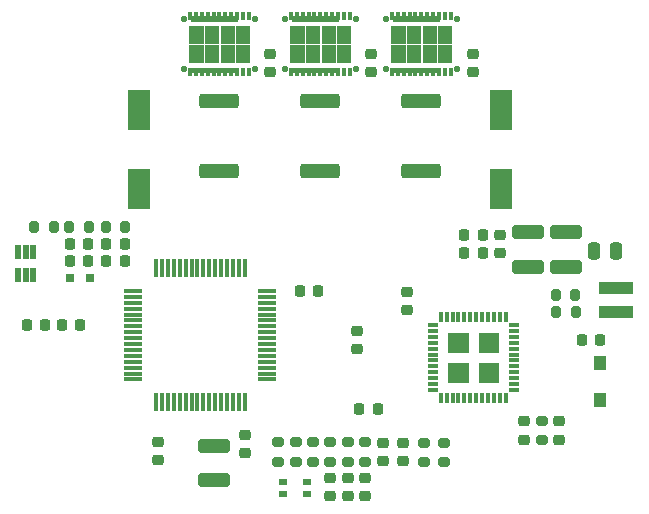
<source format=gbr>
%TF.GenerationSoftware,KiCad,Pcbnew,7.0.9*%
%TF.CreationDate,2023-12-12T19:27:25-05:00*%
%TF.ProjectId,MotorDriver,4d6f746f-7244-4726-9976-65722e6b6963,rev?*%
%TF.SameCoordinates,Original*%
%TF.FileFunction,Paste,Top*%
%TF.FilePolarity,Positive*%
%FSLAX46Y46*%
G04 Gerber Fmt 4.6, Leading zero omitted, Abs format (unit mm)*
G04 Created by KiCad (PCBNEW 7.0.9) date 2023-12-12 19:27:25*
%MOMM*%
%LPD*%
G01*
G04 APERTURE LIST*
G04 Aperture macros list*
%AMRoundRect*
0 Rectangle with rounded corners*
0 $1 Rounding radius*
0 $2 $3 $4 $5 $6 $7 $8 $9 X,Y pos of 4 corners*
0 Add a 4 corners polygon primitive as box body*
4,1,4,$2,$3,$4,$5,$6,$7,$8,$9,$2,$3,0*
0 Add four circle primitives for the rounded corners*
1,1,$1+$1,$2,$3*
1,1,$1+$1,$4,$5*
1,1,$1+$1,$6,$7*
1,1,$1+$1,$8,$9*
0 Add four rect primitives between the rounded corners*
20,1,$1+$1,$2,$3,$4,$5,0*
20,1,$1+$1,$4,$5,$6,$7,0*
20,1,$1+$1,$6,$7,$8,$9,0*
20,1,$1+$1,$8,$9,$2,$3,0*%
G04 Aperture macros list end*
%ADD10C,0.010000*%
%ADD11RoundRect,0.225000X0.250000X-0.225000X0.250000X0.225000X-0.250000X0.225000X-0.250000X-0.225000X0*%
%ADD12RoundRect,0.250000X-1.425000X0.362500X-1.425000X-0.362500X1.425000X-0.362500X1.425000X0.362500X0*%
%ADD13RoundRect,0.012500X-0.112500X-0.337500X0.112500X-0.337500X0.112500X0.337500X-0.112500X0.337500X0*%
%ADD14RoundRect,0.011250X-0.176250X0.203750X-0.176250X-0.203750X0.176250X-0.203750X0.176250X0.203750X0*%
%ADD15R,1.905000X3.352800*%
%ADD16RoundRect,0.225000X0.225000X0.250000X-0.225000X0.250000X-0.225000X-0.250000X0.225000X-0.250000X0*%
%ADD17RoundRect,0.200000X-0.200000X-0.275000X0.200000X-0.275000X0.200000X0.275000X-0.200000X0.275000X0*%
%ADD18RoundRect,0.225000X-0.250000X0.225000X-0.250000X-0.225000X0.250000X-0.225000X0.250000X0.225000X0*%
%ADD19RoundRect,0.225000X-0.225000X-0.250000X0.225000X-0.250000X0.225000X0.250000X-0.225000X0.250000X0*%
%ADD20R,1.092200X1.143000*%
%ADD21RoundRect,0.200000X-0.275000X0.200000X-0.275000X-0.200000X0.275000X-0.200000X0.275000X0.200000X0*%
%ADD22RoundRect,0.200000X0.275000X-0.200000X0.275000X0.200000X-0.275000X0.200000X-0.275000X-0.200000X0*%
%ADD23R,0.635000X0.508000*%
%ADD24RoundRect,0.020000X0.180000X-0.575000X0.180000X0.575000X-0.180000X0.575000X-0.180000X-0.575000X0*%
%ADD25RoundRect,0.250000X0.250000X0.475000X-0.250000X0.475000X-0.250000X-0.475000X0.250000X-0.475000X0*%
%ADD26R,3.000000X1.000000*%
%ADD27RoundRect,0.218750X0.256250X-0.218750X0.256250X0.218750X-0.256250X0.218750X-0.256250X-0.218750X0*%
%ADD28RoundRect,0.075000X-0.700000X-0.075000X0.700000X-0.075000X0.700000X0.075000X-0.700000X0.075000X0*%
%ADD29RoundRect,0.075000X-0.075000X-0.700000X0.075000X-0.700000X0.075000X0.700000X-0.075000X0.700000X0*%
%ADD30RoundRect,0.218750X-0.256250X0.218750X-0.256250X-0.218750X0.256250X-0.218750X0.256250X0.218750X0*%
%ADD31RoundRect,0.200000X0.200000X0.275000X-0.200000X0.275000X-0.200000X-0.275000X0.200000X-0.275000X0*%
%ADD32RoundRect,0.250000X1.100000X-0.325000X1.100000X0.325000X-1.100000X0.325000X-1.100000X-0.325000X0*%
%ADD33RoundRect,0.007800X-0.122200X0.422200X-0.122200X-0.422200X0.122200X-0.422200X0.122200X0.422200X0*%
%ADD34RoundRect,0.007800X-0.422200X-0.122200X0.422200X-0.122200X0.422200X0.122200X-0.422200X0.122200X0*%
%ADD35R,0.655600X0.800000*%
G04 APERTURE END LIST*
%TO.C,U5*%
D10*
X93921304Y-113598084D02*
X90040534Y-113598084D01*
X90046304Y-113248084D01*
X93921304Y-113248084D01*
X93921304Y-113598084D01*
G36*
X93921304Y-113598084D02*
G01*
X90040534Y-113598084D01*
X90046304Y-113248084D01*
X93921304Y-113248084D01*
X93921304Y-113598084D01*
G37*
X91001304Y-115493084D02*
X89875434Y-115493084D01*
X89875434Y-114079584D01*
X91001304Y-114079584D01*
X91001304Y-115493084D01*
G36*
X91001304Y-115493084D02*
G01*
X89875434Y-115493084D01*
X89875434Y-114079584D01*
X91001304Y-114079584D01*
X91001304Y-115493084D01*
G37*
X92321304Y-115493084D02*
X91198784Y-115493084D01*
X91198784Y-114079944D01*
X92321304Y-114079944D01*
X92321304Y-115493084D01*
G36*
X92321304Y-115493084D02*
G01*
X91198784Y-115493084D01*
X91198784Y-114079944D01*
X92321304Y-114079944D01*
X92321304Y-115493084D01*
G37*
X94961304Y-115493084D02*
X93843644Y-115493084D01*
X93843644Y-114080574D01*
X94961304Y-114080574D01*
X94961304Y-115493084D01*
G36*
X94961304Y-115493084D02*
G01*
X93843644Y-115493084D01*
X93843644Y-114080574D01*
X94961304Y-114080574D01*
X94961304Y-115493084D01*
G37*
X93641304Y-115493084D02*
X92521401Y-115493084D01*
X92521401Y-114081614D01*
X93641304Y-114081614D01*
X93641304Y-115493084D01*
G36*
X93641304Y-115493084D02*
G01*
X92521401Y-115493084D01*
X92521401Y-114081614D01*
X93641304Y-114081614D01*
X93641304Y-115493084D01*
G37*
X91001304Y-117113084D02*
X89880484Y-117113084D01*
X89880484Y-115703118D01*
X91001304Y-115703118D01*
X91001304Y-117113084D01*
G36*
X91001304Y-117113084D02*
G01*
X89880484Y-117113084D01*
X89880484Y-115703118D01*
X91001304Y-115703118D01*
X91001304Y-117113084D01*
G37*
X93641304Y-117113084D02*
X92521504Y-117113084D01*
X92521504Y-115703294D01*
X93641304Y-115703294D01*
X93641304Y-117113084D01*
G36*
X93641304Y-117113084D02*
G01*
X92521504Y-117113084D01*
X92521504Y-115703294D01*
X93641304Y-115703294D01*
X93641304Y-117113084D01*
G37*
X94961304Y-117113084D02*
X93844884Y-117113084D01*
X93844884Y-115703348D01*
X94961304Y-115703348D01*
X94961304Y-117113084D01*
G36*
X94961304Y-117113084D02*
G01*
X93844884Y-117113084D01*
X93844884Y-115703348D01*
X94961304Y-115703348D01*
X94961304Y-117113084D01*
G37*
X92321304Y-117113084D02*
X91196804Y-117113084D01*
X91196804Y-115703471D01*
X92321304Y-115703471D01*
X92321304Y-117113084D01*
G36*
X92321304Y-117113084D02*
G01*
X91196804Y-117113084D01*
X91196804Y-115703471D01*
X92321304Y-115703471D01*
X92321304Y-117113084D01*
G37*
X93921304Y-117948084D02*
X90046304Y-117948084D01*
X90041614Y-117602024D01*
X93921304Y-117602024D01*
X93921304Y-117948084D01*
G36*
X93921304Y-117948084D02*
G01*
X90046304Y-117948084D01*
X90041614Y-117602024D01*
X93921304Y-117602024D01*
X93921304Y-117948084D01*
G37*
%TO.C,U8*%
X76820296Y-113598084D02*
X72939526Y-113598084D01*
X72945296Y-113248084D01*
X76820296Y-113248084D01*
X76820296Y-113598084D01*
G36*
X76820296Y-113598084D02*
G01*
X72939526Y-113598084D01*
X72945296Y-113248084D01*
X76820296Y-113248084D01*
X76820296Y-113598084D01*
G37*
X73900296Y-115493084D02*
X72774426Y-115493084D01*
X72774426Y-114079584D01*
X73900296Y-114079584D01*
X73900296Y-115493084D01*
G36*
X73900296Y-115493084D02*
G01*
X72774426Y-115493084D01*
X72774426Y-114079584D01*
X73900296Y-114079584D01*
X73900296Y-115493084D01*
G37*
X75220296Y-115493084D02*
X74097776Y-115493084D01*
X74097776Y-114079944D01*
X75220296Y-114079944D01*
X75220296Y-115493084D01*
G36*
X75220296Y-115493084D02*
G01*
X74097776Y-115493084D01*
X74097776Y-114079944D01*
X75220296Y-114079944D01*
X75220296Y-115493084D01*
G37*
X77860296Y-115493084D02*
X76742636Y-115493084D01*
X76742636Y-114080574D01*
X77860296Y-114080574D01*
X77860296Y-115493084D01*
G36*
X77860296Y-115493084D02*
G01*
X76742636Y-115493084D01*
X76742636Y-114080574D01*
X77860296Y-114080574D01*
X77860296Y-115493084D01*
G37*
X76540296Y-115493084D02*
X75420393Y-115493084D01*
X75420393Y-114081614D01*
X76540296Y-114081614D01*
X76540296Y-115493084D01*
G36*
X76540296Y-115493084D02*
G01*
X75420393Y-115493084D01*
X75420393Y-114081614D01*
X76540296Y-114081614D01*
X76540296Y-115493084D01*
G37*
X73900296Y-117113084D02*
X72779476Y-117113084D01*
X72779476Y-115703118D01*
X73900296Y-115703118D01*
X73900296Y-117113084D01*
G36*
X73900296Y-117113084D02*
G01*
X72779476Y-117113084D01*
X72779476Y-115703118D01*
X73900296Y-115703118D01*
X73900296Y-117113084D01*
G37*
X76540296Y-117113084D02*
X75420496Y-117113084D01*
X75420496Y-115703294D01*
X76540296Y-115703294D01*
X76540296Y-117113084D01*
G36*
X76540296Y-117113084D02*
G01*
X75420496Y-117113084D01*
X75420496Y-115703294D01*
X76540296Y-115703294D01*
X76540296Y-117113084D01*
G37*
X77860296Y-117113084D02*
X76743876Y-117113084D01*
X76743876Y-115703348D01*
X77860296Y-115703348D01*
X77860296Y-117113084D01*
G36*
X77860296Y-117113084D02*
G01*
X76743876Y-117113084D01*
X76743876Y-115703348D01*
X77860296Y-115703348D01*
X77860296Y-117113084D01*
G37*
X75220296Y-117113084D02*
X74095796Y-117113084D01*
X74095796Y-115703471D01*
X75220296Y-115703471D01*
X75220296Y-117113084D01*
G36*
X75220296Y-117113084D02*
G01*
X74095796Y-117113084D01*
X74095796Y-115703471D01*
X75220296Y-115703471D01*
X75220296Y-117113084D01*
G37*
X76820296Y-117948084D02*
X72945296Y-117948084D01*
X72940606Y-117602024D01*
X76820296Y-117602024D01*
X76820296Y-117948084D01*
G36*
X76820296Y-117948084D02*
G01*
X72945296Y-117948084D01*
X72940606Y-117602024D01*
X76820296Y-117602024D01*
X76820296Y-117948084D01*
G37*
%TO.C,U6*%
X85370800Y-113598084D02*
X81490030Y-113598084D01*
X81495800Y-113248084D01*
X85370800Y-113248084D01*
X85370800Y-113598084D01*
G36*
X85370800Y-113598084D02*
G01*
X81490030Y-113598084D01*
X81495800Y-113248084D01*
X85370800Y-113248084D01*
X85370800Y-113598084D01*
G37*
X82450800Y-115493084D02*
X81324930Y-115493084D01*
X81324930Y-114079584D01*
X82450800Y-114079584D01*
X82450800Y-115493084D01*
G36*
X82450800Y-115493084D02*
G01*
X81324930Y-115493084D01*
X81324930Y-114079584D01*
X82450800Y-114079584D01*
X82450800Y-115493084D01*
G37*
X83770800Y-115493084D02*
X82648280Y-115493084D01*
X82648280Y-114079944D01*
X83770800Y-114079944D01*
X83770800Y-115493084D01*
G36*
X83770800Y-115493084D02*
G01*
X82648280Y-115493084D01*
X82648280Y-114079944D01*
X83770800Y-114079944D01*
X83770800Y-115493084D01*
G37*
X86410800Y-115493084D02*
X85293140Y-115493084D01*
X85293140Y-114080574D01*
X86410800Y-114080574D01*
X86410800Y-115493084D01*
G36*
X86410800Y-115493084D02*
G01*
X85293140Y-115493084D01*
X85293140Y-114080574D01*
X86410800Y-114080574D01*
X86410800Y-115493084D01*
G37*
X85090800Y-115493084D02*
X83970897Y-115493084D01*
X83970897Y-114081614D01*
X85090800Y-114081614D01*
X85090800Y-115493084D01*
G36*
X85090800Y-115493084D02*
G01*
X83970897Y-115493084D01*
X83970897Y-114081614D01*
X85090800Y-114081614D01*
X85090800Y-115493084D01*
G37*
X82450800Y-117113084D02*
X81329980Y-117113084D01*
X81329980Y-115703118D01*
X82450800Y-115703118D01*
X82450800Y-117113084D01*
G36*
X82450800Y-117113084D02*
G01*
X81329980Y-117113084D01*
X81329980Y-115703118D01*
X82450800Y-115703118D01*
X82450800Y-117113084D01*
G37*
X85090800Y-117113084D02*
X83971000Y-117113084D01*
X83971000Y-115703294D01*
X85090800Y-115703294D01*
X85090800Y-117113084D01*
G36*
X85090800Y-117113084D02*
G01*
X83971000Y-117113084D01*
X83971000Y-115703294D01*
X85090800Y-115703294D01*
X85090800Y-117113084D01*
G37*
X86410800Y-117113084D02*
X85294380Y-117113084D01*
X85294380Y-115703348D01*
X86410800Y-115703348D01*
X86410800Y-117113084D01*
G36*
X86410800Y-117113084D02*
G01*
X85294380Y-117113084D01*
X85294380Y-115703348D01*
X86410800Y-115703348D01*
X86410800Y-117113084D01*
G37*
X83770800Y-117113084D02*
X82646300Y-117113084D01*
X82646300Y-115703471D01*
X83770800Y-115703471D01*
X83770800Y-117113084D01*
G36*
X83770800Y-117113084D02*
G01*
X82646300Y-117113084D01*
X82646300Y-115703471D01*
X83770800Y-115703471D01*
X83770800Y-117113084D01*
G37*
X85370800Y-117948084D02*
X81495800Y-117948084D01*
X81491110Y-117602024D01*
X85370800Y-117602024D01*
X85370800Y-117948084D01*
G36*
X85370800Y-117948084D02*
G01*
X81495800Y-117948084D01*
X81491110Y-117602024D01*
X85370800Y-117602024D01*
X85370800Y-117948084D01*
G37*
%TO.C,U4*%
X98910381Y-141640000D02*
X97290381Y-141640000D01*
X97290381Y-140020000D01*
X98910381Y-140020000D01*
X98910381Y-141640000D01*
G36*
X98910381Y-141640000D02*
G01*
X97290381Y-141640000D01*
X97290381Y-140020000D01*
X98910381Y-140020000D01*
X98910381Y-141640000D01*
G37*
X96330381Y-141640000D02*
X94710381Y-141640000D01*
X94710381Y-140020000D01*
X96330381Y-140020000D01*
X96330381Y-141640000D01*
G36*
X96330381Y-141640000D02*
G01*
X94710381Y-141640000D01*
X94710381Y-140020000D01*
X96330381Y-140020000D01*
X96330381Y-141640000D01*
G37*
X98910381Y-144220000D02*
X97290381Y-144220000D01*
X97290381Y-142600000D01*
X98910381Y-142600000D01*
X98910381Y-144220000D01*
G36*
X98910381Y-144220000D02*
G01*
X97290381Y-144220000D01*
X97290381Y-142600000D01*
X98910381Y-142600000D01*
X98910381Y-144220000D01*
G37*
X96330381Y-144220000D02*
X94710381Y-144220000D01*
X94710381Y-142600000D01*
X96330381Y-142600000D01*
X96330381Y-144220000D01*
G36*
X96330381Y-144220000D02*
G01*
X94710381Y-144220000D01*
X94710381Y-142600000D01*
X96330381Y-142600000D01*
X96330381Y-144220000D01*
G37*
%TD*%
D11*
%TO.C,C4*%
X70129400Y-150787400D03*
X70129400Y-149237400D03*
%TD*%
D12*
%TO.C,R23*%
X83870800Y-120430700D03*
X83870800Y-126355700D03*
%TD*%
D13*
%TO.C,U5*%
X94921304Y-113248084D03*
X94421304Y-113248084D03*
X93921304Y-113248084D03*
X93421304Y-113248084D03*
X92921304Y-113248084D03*
X92421304Y-113248084D03*
X91921304Y-113248084D03*
X91421304Y-113248084D03*
X90921304Y-113248084D03*
X90421304Y-113248084D03*
X89921304Y-113248084D03*
X89921304Y-117948084D03*
X90421304Y-117948084D03*
X90921304Y-117948084D03*
X91421304Y-117948084D03*
X91921304Y-117948084D03*
X92421304Y-117948084D03*
X92921304Y-117948084D03*
X93421304Y-117948084D03*
X93921304Y-117948084D03*
X94421304Y-117948084D03*
X94921304Y-117948084D03*
D14*
X95434304Y-113483084D03*
X89408304Y-113483084D03*
X89408304Y-117713084D03*
X95434304Y-117713084D03*
%TD*%
D15*
%TO.C,C27*%
X68503800Y-121183400D03*
X68503800Y-127838200D03*
%TD*%
D16*
%TO.C,C15*%
X97599800Y-131749800D03*
X96049800Y-131749800D03*
%TD*%
%TO.C,C1*%
X60541200Y-139395200D03*
X58991200Y-139395200D03*
%TD*%
D12*
%TO.C,R26*%
X75320296Y-120430700D03*
X75320296Y-126355700D03*
%TD*%
D17*
%TO.C,R12*%
X103823000Y-138277600D03*
X105473000Y-138277600D03*
%TD*%
D18*
%TO.C,C31*%
X84709000Y-152336200D03*
X84709000Y-153886200D03*
%TD*%
D19*
%TO.C,C2*%
X61963000Y-139395200D03*
X63513000Y-139395200D03*
%TD*%
D20*
%TO.C,D5*%
X107543600Y-142608300D03*
X107543600Y-145681700D03*
%TD*%
D17*
%TO.C,R16*%
X59627000Y-131038600D03*
X61277000Y-131038600D03*
%TD*%
D15*
%TO.C,C26*%
X99161600Y-121183400D03*
X99161600Y-127838200D03*
%TD*%
D18*
%TO.C,C32*%
X88138000Y-116420600D03*
X88138000Y-117970600D03*
%TD*%
D19*
%TO.C,C17*%
X96049800Y-133273800D03*
X97599800Y-133273800D03*
%TD*%
D18*
%TO.C,C20*%
X91186000Y-136537400D03*
X91186000Y-138087400D03*
%TD*%
D21*
%TO.C,R20*%
X84709000Y-149314400D03*
X84709000Y-150964400D03*
%TD*%
D22*
%TO.C,R10*%
X94361000Y-150977600D03*
X94361000Y-149327600D03*
%TD*%
D21*
%TO.C,R3*%
X80289400Y-149314400D03*
X80289400Y-150964400D03*
%TD*%
D16*
%TO.C,C6*%
X83706000Y-136499600D03*
X82156000Y-136499600D03*
%TD*%
%TO.C,C8*%
X64224200Y-133985000D03*
X62674200Y-133985000D03*
%TD*%
D18*
%TO.C,C28*%
X87655400Y-152336200D03*
X87655400Y-153886200D03*
%TD*%
D23*
%TO.C,U9*%
X80721200Y-153687399D03*
X80721200Y-152687401D03*
X82702400Y-152687401D03*
X82702400Y-153687399D03*
%TD*%
D11*
%TO.C,C22*%
X86969600Y-141389401D03*
X86969600Y-139839401D03*
%TD*%
D24*
%TO.C,U7*%
X58252600Y-135141800D03*
X58902600Y-135141800D03*
X59552600Y-135141800D03*
X59552600Y-133221800D03*
X58902600Y-133221800D03*
X58252600Y-133221800D03*
%TD*%
D21*
%TO.C,R18*%
X87655400Y-149314400D03*
X87655400Y-150964400D03*
%TD*%
D11*
%TO.C,C18*%
X99060000Y-133286800D03*
X99060000Y-131736800D03*
%TD*%
D25*
%TO.C,C23*%
X108900000Y-133070600D03*
X107000000Y-133070600D03*
%TD*%
D13*
%TO.C,U8*%
X77820296Y-113248084D03*
X77320296Y-113248084D03*
X76820296Y-113248084D03*
X76320296Y-113248084D03*
X75820296Y-113248084D03*
X75320296Y-113248084D03*
X74820296Y-113248084D03*
X74320296Y-113248084D03*
X73820296Y-113248084D03*
X73320296Y-113248084D03*
X72820296Y-113248084D03*
X72820296Y-117948084D03*
X73320296Y-117948084D03*
X73820296Y-117948084D03*
X74320296Y-117948084D03*
X74820296Y-117948084D03*
X75320296Y-117948084D03*
X75820296Y-117948084D03*
X76320296Y-117948084D03*
X76820296Y-117948084D03*
X77320296Y-117948084D03*
X77820296Y-117948084D03*
D14*
X78333296Y-113483084D03*
X72307296Y-113483084D03*
X72307296Y-117713084D03*
X78333296Y-117713084D03*
%TD*%
D18*
%TO.C,C34*%
X79603600Y-116395200D03*
X79603600Y-117945200D03*
%TD*%
D17*
%TO.C,R17*%
X62612000Y-131038600D03*
X64262000Y-131038600D03*
%TD*%
D19*
%TO.C,C7*%
X65747600Y-132511800D03*
X67297600Y-132511800D03*
%TD*%
D21*
%TO.C,R27*%
X102590600Y-147460200D03*
X102590600Y-149110200D03*
%TD*%
D26*
%TO.C,L2*%
X108889800Y-138236200D03*
X108889800Y-136236200D03*
%TD*%
D27*
%TO.C,D4*%
X90886066Y-150920100D03*
X90886066Y-149345100D03*
%TD*%
D19*
%TO.C,C21*%
X105993600Y-140614400D03*
X107543600Y-140614400D03*
%TD*%
D28*
%TO.C,U1*%
X68035800Y-136483400D03*
X68035800Y-136983400D03*
X68035800Y-137483400D03*
X68035800Y-137983400D03*
X68035800Y-138483400D03*
X68035800Y-138983400D03*
X68035800Y-139483400D03*
X68035800Y-139983400D03*
X68035800Y-140483400D03*
X68035800Y-140983400D03*
X68035800Y-141483400D03*
X68035800Y-141983400D03*
X68035800Y-142483400D03*
X68035800Y-142983400D03*
X68035800Y-143483400D03*
X68035800Y-143983400D03*
D29*
X69960800Y-145908400D03*
X70460800Y-145908400D03*
X70960800Y-145908400D03*
X71460800Y-145908400D03*
X71960800Y-145908400D03*
X72460800Y-145908400D03*
X72960800Y-145908400D03*
X73460800Y-145908400D03*
X73960800Y-145908400D03*
X74460800Y-145908400D03*
X74960800Y-145908400D03*
X75460800Y-145908400D03*
X75960800Y-145908400D03*
X76460800Y-145908400D03*
X76960800Y-145908400D03*
X77460800Y-145908400D03*
D28*
X79385800Y-143983400D03*
X79385800Y-143483400D03*
X79385800Y-142983400D03*
X79385800Y-142483400D03*
X79385800Y-141983400D03*
X79385800Y-141483400D03*
X79385800Y-140983400D03*
X79385800Y-140483400D03*
X79385800Y-139983400D03*
X79385800Y-139483400D03*
X79385800Y-138983400D03*
X79385800Y-138483400D03*
X79385800Y-137983400D03*
X79385800Y-137483400D03*
X79385800Y-136983400D03*
X79385800Y-136483400D03*
D29*
X77460800Y-134558400D03*
X76960800Y-134558400D03*
X76460800Y-134558400D03*
X75960800Y-134558400D03*
X75460800Y-134558400D03*
X74960800Y-134558400D03*
X74460800Y-134558400D03*
X73960800Y-134558400D03*
X73460800Y-134558400D03*
X72960800Y-134558400D03*
X72460800Y-134558400D03*
X71960800Y-134558400D03*
X71460800Y-134558400D03*
X70960800Y-134558400D03*
X70460800Y-134558400D03*
X69960800Y-134558400D03*
%TD*%
D18*
%TO.C,C12*%
X89128600Y-149377600D03*
X89128600Y-150927600D03*
%TD*%
D13*
%TO.C,U6*%
X86370800Y-113248084D03*
X85870800Y-113248084D03*
X85370800Y-113248084D03*
X84870800Y-113248084D03*
X84370800Y-113248084D03*
X83870800Y-113248084D03*
X83370800Y-113248084D03*
X82870800Y-113248084D03*
X82370800Y-113248084D03*
X81870800Y-113248084D03*
X81370800Y-113248084D03*
X81370800Y-117948084D03*
X81870800Y-117948084D03*
X82370800Y-117948084D03*
X82870800Y-117948084D03*
X83370800Y-117948084D03*
X83870800Y-117948084D03*
X84370800Y-117948084D03*
X84870800Y-117948084D03*
X85370800Y-117948084D03*
X85870800Y-117948084D03*
X86370800Y-117948084D03*
D14*
X86883800Y-113483084D03*
X80857800Y-113483084D03*
X80857800Y-117713084D03*
X86883800Y-117713084D03*
%TD*%
D18*
%TO.C,C24*%
X96748600Y-116420600D03*
X96748600Y-117970600D03*
%TD*%
D22*
%TO.C,R9*%
X92643532Y-150977600D03*
X92643532Y-149327600D03*
%TD*%
D18*
%TO.C,C16*%
X101092000Y-147522600D03*
X101092000Y-149072600D03*
%TD*%
D21*
%TO.C,R2*%
X81762600Y-149314400D03*
X81762600Y-150964400D03*
%TD*%
D19*
%TO.C,C19*%
X87159800Y-146456401D03*
X88709800Y-146456401D03*
%TD*%
D30*
%TO.C,D6*%
X104063800Y-147497800D03*
X104063800Y-149072800D03*
%TD*%
D19*
%TO.C,C3*%
X65747600Y-133985000D03*
X67297600Y-133985000D03*
%TD*%
D18*
%TO.C,C29*%
X86182200Y-152336200D03*
X86182200Y-153886200D03*
%TD*%
D31*
%TO.C,R11*%
X105447600Y-136804400D03*
X103797600Y-136804400D03*
%TD*%
D32*
%TO.C,C13*%
X101422200Y-134418600D03*
X101422200Y-131468600D03*
%TD*%
%TO.C,C14*%
X104622600Y-134418600D03*
X104622600Y-131468600D03*
%TD*%
D33*
%TO.C,U4*%
X99560381Y-138685000D03*
X99060381Y-138685000D03*
X98560381Y-138685000D03*
X98060381Y-138685000D03*
X97560381Y-138685000D03*
X97060381Y-138685000D03*
X96560381Y-138685000D03*
X96060381Y-138685000D03*
X95560381Y-138685000D03*
X95060381Y-138685000D03*
X94560381Y-138685000D03*
X94060381Y-138685000D03*
D34*
X93375381Y-139370000D03*
X93375381Y-139870000D03*
X93375381Y-140370000D03*
X93375381Y-140870000D03*
X93375381Y-141370000D03*
X93375381Y-141870000D03*
X93375381Y-142370000D03*
X93375381Y-142870000D03*
X93375381Y-143370000D03*
X93375381Y-143870000D03*
X93375381Y-144370000D03*
X93375381Y-144870000D03*
D33*
X94060381Y-145555000D03*
X94560381Y-145555000D03*
X95060381Y-145555000D03*
X95560381Y-145555000D03*
X96060381Y-145555000D03*
X96560381Y-145555000D03*
X97060381Y-145555000D03*
X97560381Y-145555000D03*
X98060381Y-145555000D03*
X98560381Y-145555000D03*
X99060381Y-145555000D03*
X99560381Y-145555000D03*
D34*
X100245381Y-144870000D03*
X100245381Y-144370000D03*
X100245381Y-143870000D03*
X100245381Y-143370000D03*
X100245381Y-142870000D03*
X100245381Y-142370000D03*
X100245381Y-141870000D03*
X100245381Y-141370000D03*
X100245381Y-140870000D03*
X100245381Y-140370000D03*
X100245381Y-139870000D03*
X100245381Y-139370000D03*
%TD*%
D35*
%TO.C,L1*%
X62674200Y-135432800D03*
X64329800Y-135432800D03*
%TD*%
D32*
%TO.C,C11*%
X74853800Y-152528800D03*
X74853800Y-149578800D03*
%TD*%
D19*
%TO.C,C30*%
X62674200Y-132511800D03*
X64224200Y-132511800D03*
%TD*%
D12*
%TO.C,R15*%
X92421304Y-120430700D03*
X92421304Y-126355700D03*
%TD*%
D21*
%TO.C,R1*%
X83235800Y-149314400D03*
X83235800Y-150964400D03*
%TD*%
D31*
%TO.C,R6*%
X67335400Y-131038600D03*
X65685400Y-131038600D03*
%TD*%
D11*
%TO.C,C5*%
X77495400Y-150241600D03*
X77495400Y-148691600D03*
%TD*%
D21*
%TO.C,R19*%
X86182200Y-149314400D03*
X86182200Y-150964400D03*
%TD*%
M02*

</source>
